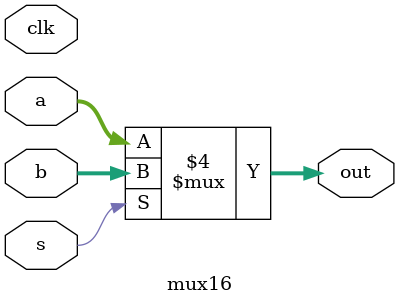
<source format=v>
module dflipflop16(d,q1,clk,reset);
input [15:0]d;
input clk,reset;
output reg [15:0]q1;
always@(posedge clk)
begin
if(reset==1'b1)
	q1<=16'b0;
else
	q1<=d;
end
endmodule 

module mux16(a,b,s,clk,out);
input [15:0] a;
input [15:0] b;
input s;
output [15:0] out;
input clk;
wire [15:0] a,b;
reg [15:0] out; 
always @(a,b,s)
begin
if(s==0)
    out=a;
else
    out=b;
end    
endmodule
</source>
